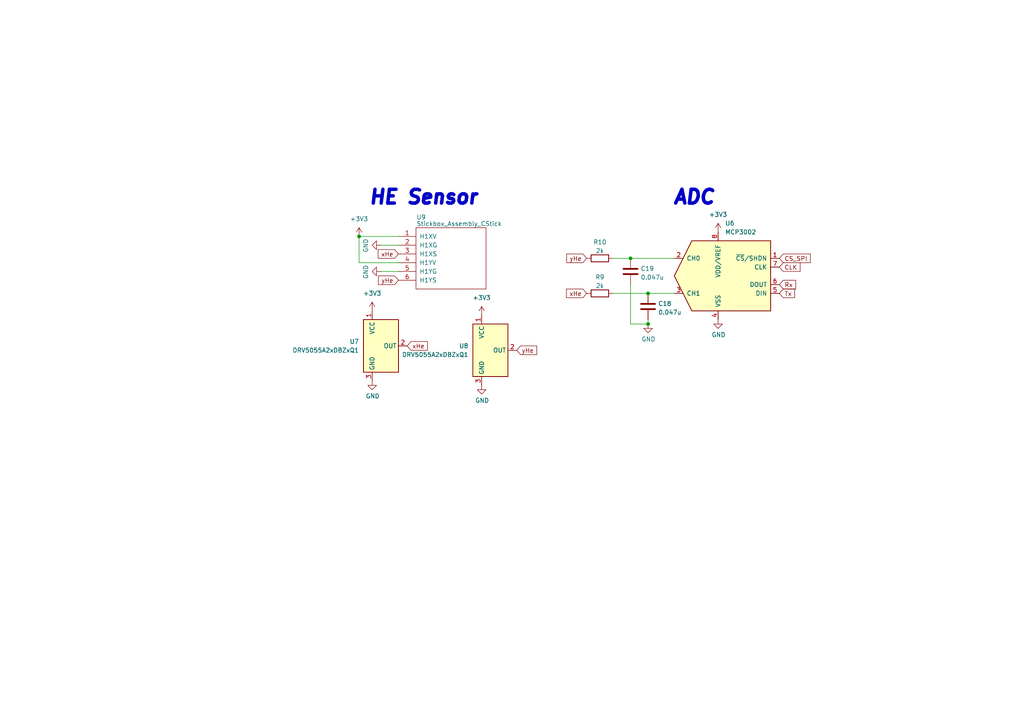
<source format=kicad_sch>
(kicad_sch (version 20230121) (generator eeschema)
  (paper "A4")
  (lib_symbols
    (symbol "Analog_ADC:MCP3002" (pin_names (offset 1.016))
      (property "Reference" "U" (at -6.35 11.43 0))
      (property "Value" "MCP3002" (at 11.43 11.43 0))
      (symbol "MCP3002_0_1"
        (polyline (pts (xy 15.24 10.16) (xy -7.62 10.16) (xy -12.7 0) (xy -7.62 -10.16) (xy 15.24 -10.16) (xy 15.24 10.16)) (stroke (width 0.254)) (fill (type background)))
      )
      (symbol "MCP3002_1_1"
        (pin input line (at 17.78 5.08 180) (length 2.54) (name "~{CS}/SHDN") (number "1"))
        (pin passive line (at -12.7 5.08 0) (length 2.54) (name "CH0") (number "2"))
        (pin passive line (at -12.7 -5.08 0) (length 2.54) (name "CH1") (number "3"))
        (pin power_in line (at 0 -12.7 90) (length 2.54) (name "VSS") (number "4"))
        (pin input line (at 17.78 -5.08 180) (length 2.54) (name "DIN") (number "5"))
        (pin output line (at 17.78 -2.54 180) (length 2.54) (name "DOUT") (number "6"))
        (pin input line (at 17.78 2.54 180) (length 2.54) (name "CLK") (number "7"))
        (pin power_in line (at 0 12.7 270) (length 2.54) (name "VDD/VREF") (number "8"))
      )
    )
    (symbol "Device:C" (pin_numbers hide) (pin_names (offset 0.254))
      (property "Reference" "C" (at 0.635 2.54 0))
      (property "Value" "C" (at 0.635 -2.54 0))
      (symbol "C_0_1"
        (polyline (pts (xy -2.032 -0.762) (xy 2.032 -0.762)) (stroke (width 0.508)))
        (polyline (pts (xy -2.032 0.762) (xy 2.032 0.762)) (stroke (width 0.508)))
      )
      (symbol "C_1_1"
        (pin passive line (at 0 3.81 270) (length 2.794) (name "~") (number "1"))
        (pin passive line (at 0 -3.81 90) (length 2.794) (name "~") (number "2"))
      )
    )
    (symbol "Device:R" (pin_numbers hide) (pin_names (offset 0))
      (property "Reference" "R" (at 2.032 0 90))
      (property "Value" "R" (at 0 0 90))
      (symbol "R_0_1"
        (rectangle (start -1.016 -2.54) (end 1.016 2.54) (stroke (width 0.254)))
      )
      (symbol "R_1_1"
        (pin passive line (at 0 3.81 270) (length 1.27) (name "~") (number "1"))
        (pin passive line (at 0 -3.81 90) (length 1.27) (name "~") (number "2"))
      )
    )
    (symbol "Gamecube MB:Stickbox_Assembly_Hall_Only" (pin_names (offset 1.016))
      (property "Reference" "U9" (at 0.127 3.048 0))
      (property "Value" "Stickbox_Assembly_CStick" (at 0.127 1.143 0))
      (symbol "Stickbox_Assembly_Hall_Only_0_0"
        (pin unspecified line (at -5.08 -2.54 0) (length 5.08) (name "H1XV") (number "1"))
        (pin unspecified line (at -5.08 -5.08 0) (length 5.08) (name "H1XG") (number "2"))
        (pin unspecified line (at -5.08 -7.62 0) (length 5.08) (name "H1XS") (number "3"))
        (pin unspecified line (at -5.08 -10.16 0) (length 5.08) (name "H1YV") (number "4"))
        (pin unspecified line (at -5.08 -12.7 0) (length 5.08) (name "H1YG") (number "5"))
        (pin unspecified line (at -5.08 -15.24 0) (length 5.08) (name "H1YS") (number "6"))
      )
      (symbol "Stickbox_Assembly_Hall_Only_0_1"
        (rectangle (start 0 0) (end 20.32 -17.78))
      )
    )
    (symbol "Sensor_Magnetic:DRV5055A2xDBZxQ1"
      (property "Reference" "U" (at 2.54 12.7 0))
      (property "Value" "DRV5055A2xDBZxQ1" (at 2.54 10.16 0))
      (symbol "DRV5055A2xDBZxQ1_1_1"
        (rectangle (start -5.08 7.62) (end 5.08 -7.62) (stroke (width 0.254)) (fill (type background)))
        (pin power_in line (at -2.54 10.16 270) (length 2.54) (name "VCC") (number "1"))
        (pin output line (at 7.62 0 180) (length 2.54) (name "OUT") (number "2"))
        (pin power_in line (at -2.54 -10.16 90) (length 2.54) (name "GND") (number "3"))
      )
    )
    (symbol "power:+3V3" (power) (pin_names (offset 0))
      (property "Value" "+3V3" (at 0 3.556 0))
      (symbol "+3V3_0_1"
        (polyline (pts (xy -0.762 1.27) (xy 0 2.54)))
        (polyline (pts (xy 0 0) (xy 0 2.54)))
        (polyline (pts (xy 0 2.54) (xy 0.762 1.27)))
      )
      (symbol "+3V3_1_1"
        (pin power_in line (at 0 0 90) (length 0) hide (name "+3V3") (number "1"))
      )
    )
    (symbol "power:GND" (power) (pin_names (offset 0))
      (property "Value" "GND" (at 0 -3.81 0))
      (symbol "GND_0_1"
        (polyline (pts (xy 0 0) (xy 0 -1.27) (xy 1.27 -1.27) (xy 0 -2.54) (xy -1.27 -1.27) (xy 0 -1.27)))
      )
      (symbol "GND_1_1"
        (pin power_in line (at 0 0 270) (length 0) hide (name "GND") (number "1"))
      )
    )
  )
  (junction (at 187.96 93.98))
  (junction (at 182.88 74.93))
  (junction (at 187.96 85.09))
  (junction (at 104.14 68.58))
  (wire (pts (xy 187.96 92.71) (xy 187.96 93.98)))
  (wire (pts (xy 110.49 71.12) (xy 115.57 71.12)))
  (wire (pts (xy 182.88 82.55) (xy 182.88 93.98)))
  (wire (pts (xy 182.88 74.93) (xy 195.58 74.93)))
  (wire (pts (xy 177.8 85.09) (xy 187.96 85.09)))
  (wire (pts (xy 177.8 74.93) (xy 182.88 74.93)))
  (wire (pts (xy 104.14 76.2) (xy 104.14 68.58)))
  (wire (pts (xy 187.96 93.98) (xy 182.88 93.98)))
  (wire (pts (xy 104.14 76.2) (xy 115.57 76.2)))
  (wire (pts (xy 110.49 78.74) (xy 115.57 78.74)))
  (wire (pts (xy 104.14 68.58) (xy 115.57 68.58)))
  (wire (pts (xy 187.96 85.09) (xy 195.58 85.09)))
  (text "HE Sensor" (at 106.68 59.69 0) (effects (font (size 4 4) (thickness 2) bold italic) (justify left bottom)))
  (text "ADC" (at 194.945 59.69 0) (effects (font (size 4 4) (thickness 2) bold italic) (justify left bottom)))
  (global_label "yHe" (shape input) (at 115.57 81.28 180) (property "Intersheetrefs" "${INTERSHEET_REFS}" (effects hide)))
  (global_label "xHe" (shape input) (at 170.18 85.09 180) (property "Intersheetrefs" "${INTERSHEET_REFS}" (effects hide)))
  (global_label "Rx" (shape input) (at 226.06 82.55 0) (property "Intersheetrefs" "${INTERSHEET_REFS}" (effects hide)))
  (global_label "yHe" (shape input) (at 149.86 101.6 0) (property "Intersheetrefs" "${INTERSHEET_REFS}" (effects hide)))
  (global_label "xHe" (shape input) (at 118.11 100.33 0) (property "Intersheetrefs" "${INTERSHEET_REFS}" (effects hide)))
  (global_label "Tx" (shape input) (at 226.06 85.09 0) (property "Intersheetrefs" "${INTERSHEET_REFS}" (effects hide)))
  (global_label "CLK" (shape input) (at 226.06 77.47 0) (property "Intersheetrefs" "${INTERSHEET_REFS}" (effects hide)))
  (global_label "CS_SPI" (shape input) (at 226.06 74.93 0) (property "Intersheetrefs" "${INTERSHEET_REFS}" (effects hide)))
  (global_label "yHe" (shape input) (at 170.18 74.93 180) (property "Intersheetrefs" "${INTERSHEET_REFS}" (effects hide)))
  (global_label "xHe" (shape input) (at 115.57 73.66 180) (property "Intersheetrefs" "${INTERSHEET_REFS}" (effects hide)))
  (symbol (lib_id "Device:C") (at 187.96 88.9 0) (unit 1)
    (property "Reference" "C18" (at 190.881 88.0653 0) (effects (justify left)))
    (property "Value" "0.047u" (at 190.881 90.6022 0) (effects (justify left)))
    (property "Footprint" "Capacitor_SMD:C_0805_2012Metric_Pad1.18x1.45mm_HandSolder" (effects hide))
    (instances (project "motherboard v3" (path "" (reference "C18") (unit 1)) (path "" (reference "C19") (unit 1))) (project "stickbox mount v2" (path "" (reference "C3") (unit 1))))
  )
  (symbol (lib_id "power:GND") (at 107.95 110.49 0) (unit 1)
    (property "Reference" "#PWR057" (effects hide))
    (property "Value" "GND" (at 108.077 114.8842 0))
    (instances (project "motherboard v3" (path "" (reference "#PWR057") (unit 1)) (path "" (reference "#PWR051") (unit 1))) (project "stickbox mount v2" (path "" (reference "#PWR07") (unit 1))))
  )
  (symbol (lib_id "Gamecube MB:Stickbox_Assembly_Hall_Only") (at 120.65 66.04 0) (unit 1)
    (property "Reference" "U9" (at 120.777 62.992 0) (effects (justify left)))
    (property "Value" "Stickbox_Assembly_CStick" (at 120.777 64.897 0) (effects (justify left)))
    (property "Footprint" "PhobGCC_2_0_0_footprints:GCC_Stickbox_Hall_Only" (effects hide))
    (instances (project "motherboard v3" (path "" (reference "U9") (unit 1)) (path "" (reference "U6") (unit 1))) (project "stickbox mount v2" (path "" (reference "U3") (unit 1))))
  )
  (symbol (lib_id "power:+3V3") (at 104.14 68.58 0) (unit 1)
    (property "Reference" "#PWR027" (effects hide))
    (property "Value" "+3V3" (at 104.14 63.5 0))
    (instances (project "OpenRectangle" (path "" (reference "#PWR027") (unit 1))) (project "OpenRectangleTemplate" (path "" (reference "#PWR027") (unit 1))) (project "motherboard v3" (path "" (reference "#PWR058") (unit 1)) (path "" (reference "#PWR049") (unit 1))))
  )
  (symbol (lib_id "power:+3V3") (at 107.95 90.17 0) (unit 1)
    (property "Reference" "#PWR027" (effects hide))
    (property "Value" "+3V3" (at 107.95 85.09 0))
    (instances (project "OpenRectangle" (path "" (reference "#PWR027") (unit 1))) (project "OpenRectangleTemplate" (path "" (reference "#PWR027") (unit 1))) (project "motherboard v3" (path "" (reference "#PWR062") (unit 1)) (path "" (reference "#PWR050") (unit 1))))
  )
  (symbol (lib_id "power:GND") (at 110.49 71.12 270) (unit 1)
    (property "Reference" "#PWR056" (effects hide))
    (property "Value" "GND" (at 106.0958 71.247 0))
    (instances (project "motherboard v3" (path "" (reference "#PWR056") (unit 1)) (path "" (reference "#PWR052") (unit 1))) (project "stickbox mount v2" (path "" (reference "#PWR06") (unit 1))))
  )
  (symbol (lib_id "Device:R") (at 173.99 74.93 90) (unit 1)
    (property "Reference" "R10" (at 173.99 70.2142 90))
    (property "Value" "2k" (at 173.99 72.7511 90))
    (property "Footprint" "Resistor_SMD:R_0805_2012Metric_Pad1.20x1.40mm_HandSolder" (effects hide))
    (instances (project "motherboard v3" (path "" (reference "R10") (unit 1)) (path "" (reference "R10") (unit 1))) (project "stickbox mount v2" (path "" (reference "R1") (unit 1))))
  )
  (symbol (lib_id "Sensor_Magnetic:DRV5055A2xDBZxQ1") (at 110.49 100.33 0) (unit 1)
    (property "Reference" "U7" (at 104.14 99.0599 0) (effects (justify right)))
    (property "Value" "DRV5055A2xDBZxQ1" (at 104.14 101.5999 0) (effects (justify right)))
    (property "Footprint" "PhobGCC_2_0_0_footprints:SOT-23" (effects hide))
    (property "Datasheet" "https://www.ti.com/lit/ds/symlink/drv5055-q1.pdf" (effects hide))
    (instances (project "motherboard v3" (path "" (reference "U7") (unit 1)) (path "" (reference "U5") (unit 1))) (project "stickbox mount v2" (path "" (reference "U1") (unit 1))))
  )
  (symbol (lib_id "power:GND") (at 139.7 111.76 0) (unit 1)
    (property "Reference" "#PWR057" (effects hide))
    (property "Value" "GND" (at 139.827 116.1542 0))
    (instances (project "motherboard v3" (path "" (reference "#PWR057") (unit 1)) (path "" (reference "#PWR058") (unit 1))) (project "stickbox mount v2" (path "" (reference "#PWR07") (unit 1))))
  )
  (symbol (lib_id "Device:C") (at 182.88 78.74 0) (unit 1)
    (property "Reference" "C19" (at 185.801 77.9053 0) (effects (justify left)))
    (property "Value" "0.047u" (at 185.801 80.4422 0) (effects (justify left)))
    (property "Footprint" "Capacitor_SMD:C_0805_2012Metric_Pad1.18x1.45mm_HandSolder" (effects hide))
    (instances (project "motherboard v3" (path "" (reference "C19") (unit 1)) (path "" (reference "C20") (unit 1))) (project "stickbox mount v2" (path "" (reference "C2") (unit 1))))
  )
  (symbol (lib_id "Device:R") (at 173.99 85.09 90) (unit 1)
    (property "Reference" "R9" (at 173.99 80.3742 90))
    (property "Value" "2k" (at 173.99 82.9111 90))
    (property "Footprint" "Resistor_SMD:R_0805_2012Metric_Pad1.20x1.40mm_HandSolder" (effects hide))
    (instances (project "motherboard v3" (path "" (reference "R9") (unit 1)) (path "" (reference "R9") (unit 1))) (project "stickbox mount v2" (path "" (reference "R2") (unit 1))))
  )
  (symbol (lib_id "Analog_ADC:MCP3002") (at 208.28 80.01 0) (unit 1)
    (property "Reference" "U6" (at 210.2994 64.77 0) (effects (justify left)))
    (property "Value" "MCP3002" (at 210.2994 67.31 0) (effects (justify left)))
    (property "Footprint" "PhobGCC_2_0_0_footprints:SOIC-8_3.9x4.9mm_P1.27mm" (effects hide))
    (property "Datasheet" "http://ww1.microchip.com/downloads/en/DeviceDoc/21294E.pdf" (effects hide))
    (instances (project "motherboard v3" (path "" (reference "U6") (unit 1)) (path "" (reference "U8") (unit 1))) (project "stickbox mount v2" (path "" (reference "U4") (unit 1))))
  )
  (symbol (lib_id "Sensor_Magnetic:DRV5055A2xDBZxQ1") (at 142.24 101.6 0) (unit 1)
    (property "Reference" "U8" (at 135.89 100.3299 0) (effects (justify right)))
    (property "Value" "DRV5055A2xDBZxQ1" (at 135.89 102.8699 0) (effects (justify right)))
    (property "Footprint" "PhobGCC_2_0_0_footprints:SOT-23" (effects hide))
    (property "Datasheet" "https://www.ti.com/lit/ds/symlink/drv5055-q1.pdf" (effects hide))
    (instances (project "motherboard v3" (path "" (reference "U8") (unit 1)) (path "" (reference "U7") (unit 1))) (project "stickbox mount v2" (path "" (reference "U2") (unit 1))))
  )
  (symbol (lib_id "power:+3V3") (at 208.28 67.31 0) (unit 1)
    (property "Reference" "#PWR027" (effects hide))
    (property "Value" "+3V3" (at 208.28 62.23 0))
    (instances (project "OpenRectangle" (path "" (reference "#PWR027") (unit 1))) (project "OpenRectangleTemplate" (path "" (reference "#PWR027") (unit 1))) (project "motherboard v3" (path "" (reference "#PWR054") (unit 1)) (path "" (reference "#PWR056") (unit 1))))
  )
  (symbol (lib_id "power:GND") (at 187.96 93.98 0) (unit 1)
    (property "Reference" "#PWR053" (effects hide))
    (property "Value" "GND" (at 188.087 98.3742 0))
    (instances (project "motherboard v3" (path "" (reference "#PWR053") (unit 1)) (path "" (reference "#PWR055") (unit 1))) (project "stickbox mount v2" (path "" (reference "#PWR07") (unit 1))))
  )
  (symbol (lib_id "power:+3V3") (at 139.7 91.44 0) (unit 1)
    (property "Reference" "#PWR027" (effects hide))
    (property "Value" "+3V3" (at 139.7 86.36 0))
    (instances (project "OpenRectangle" (path "" (reference "#PWR027") (unit 1))) (project "OpenRectangleTemplate" (path "" (reference "#PWR027") (unit 1))) (project "motherboard v3" (path "" (reference "#PWR061") (unit 1)) (path "" (reference "#PWR054") (unit 1))))
  )
  (symbol (lib_id "power:GND") (at 110.49 78.74 270) (unit 1)
    (property "Reference" "#PWR059" (effects hide))
    (property "Value" "GND" (at 106.0958 78.867 0))
    (instances (project "motherboard v3" (path "" (reference "#PWR059") (unit 1)) (path "" (reference "#PWR053") (unit 1))) (project "stickbox mount v2" (path "" (reference "#PWR06") (unit 1))))
  )
  (symbol (lib_id "power:GND") (at 208.28 92.71 0) (unit 1)
    (property "Reference" "#PWR055" (effects hide))
    (property "Value" "GND" (at 208.407 97.1042 0))
    (instances (project "motherboard v3" (path "" (reference "#PWR055") (unit 1)) (path "" (reference "#PWR057") (unit 1))) (project "stickbox mount v2" (path "" (reference "#PWR09") (unit 1))))
  )
)
</source>
